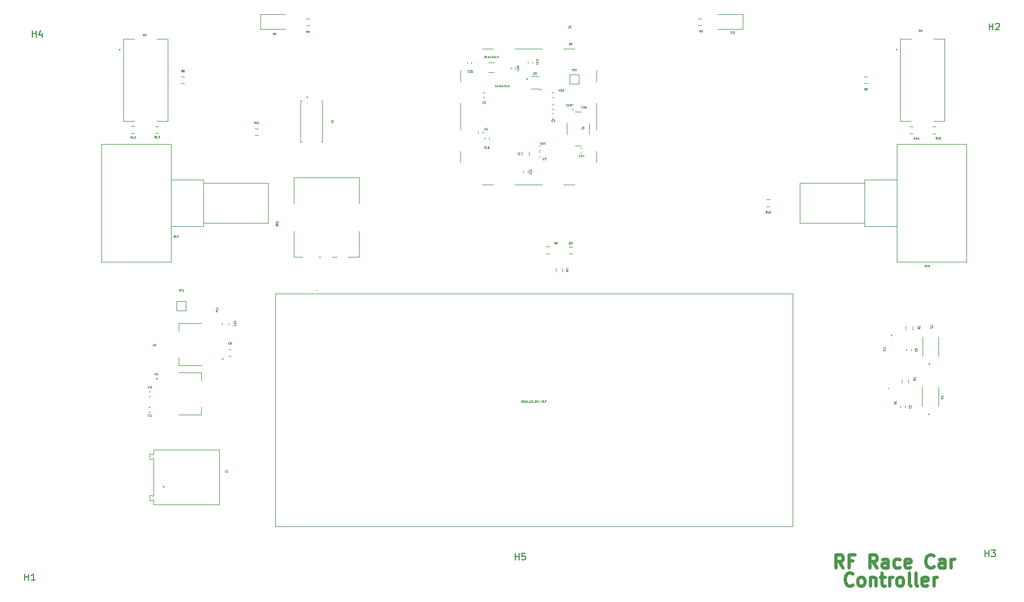
<source format=gbr>
%TF.GenerationSoftware,KiCad,Pcbnew,(6.0.9)*%
%TF.CreationDate,2024-05-17T13:50:49+01:00*%
%TF.ProjectId,Controller,436f6e74-726f-46c6-9c65-722e6b696361,rev?*%
%TF.SameCoordinates,Original*%
%TF.FileFunction,Legend,Top*%
%TF.FilePolarity,Positive*%
%FSLAX46Y46*%
G04 Gerber Fmt 4.6, Leading zero omitted, Abs format (unit mm)*
G04 Created by KiCad (PCBNEW (6.0.9)) date 2024-05-17 13:50:49*
%MOMM*%
%LPD*%
G01*
G04 APERTURE LIST*
%ADD10C,0.500000*%
%ADD11C,0.075000*%
%ADD12C,0.150000*%
%ADD13C,0.100000*%
G04 APERTURE END LIST*
D10*
X211785238Y-119394761D02*
X211118571Y-118442380D01*
X210642380Y-119394761D02*
X210642380Y-117394761D01*
X211404285Y-117394761D01*
X211594761Y-117490000D01*
X211690000Y-117585238D01*
X211785238Y-117775714D01*
X211785238Y-118061428D01*
X211690000Y-118251904D01*
X211594761Y-118347142D01*
X211404285Y-118442380D01*
X210642380Y-118442380D01*
X213309047Y-118347142D02*
X212642380Y-118347142D01*
X212642380Y-119394761D02*
X212642380Y-117394761D01*
X213594761Y-117394761D01*
X217023333Y-119394761D02*
X216356666Y-118442380D01*
X215880476Y-119394761D02*
X215880476Y-117394761D01*
X216642380Y-117394761D01*
X216832857Y-117490000D01*
X216928095Y-117585238D01*
X217023333Y-117775714D01*
X217023333Y-118061428D01*
X216928095Y-118251904D01*
X216832857Y-118347142D01*
X216642380Y-118442380D01*
X215880476Y-118442380D01*
X218737619Y-119394761D02*
X218737619Y-118347142D01*
X218642380Y-118156666D01*
X218451904Y-118061428D01*
X218070952Y-118061428D01*
X217880476Y-118156666D01*
X218737619Y-119299523D02*
X218547142Y-119394761D01*
X218070952Y-119394761D01*
X217880476Y-119299523D01*
X217785238Y-119109047D01*
X217785238Y-118918571D01*
X217880476Y-118728095D01*
X218070952Y-118632857D01*
X218547142Y-118632857D01*
X218737619Y-118537619D01*
X220547142Y-119299523D02*
X220356666Y-119394761D01*
X219975714Y-119394761D01*
X219785238Y-119299523D01*
X219690000Y-119204285D01*
X219594761Y-119013809D01*
X219594761Y-118442380D01*
X219690000Y-118251904D01*
X219785238Y-118156666D01*
X219975714Y-118061428D01*
X220356666Y-118061428D01*
X220547142Y-118156666D01*
X222166190Y-119299523D02*
X221975714Y-119394761D01*
X221594761Y-119394761D01*
X221404285Y-119299523D01*
X221309047Y-119109047D01*
X221309047Y-118347142D01*
X221404285Y-118156666D01*
X221594761Y-118061428D01*
X221975714Y-118061428D01*
X222166190Y-118156666D01*
X222261428Y-118347142D01*
X222261428Y-118537619D01*
X221309047Y-118728095D01*
X225785238Y-119204285D02*
X225690000Y-119299523D01*
X225404285Y-119394761D01*
X225213809Y-119394761D01*
X224928095Y-119299523D01*
X224737619Y-119109047D01*
X224642380Y-118918571D01*
X224547142Y-118537619D01*
X224547142Y-118251904D01*
X224642380Y-117870952D01*
X224737619Y-117680476D01*
X224928095Y-117490000D01*
X225213809Y-117394761D01*
X225404285Y-117394761D01*
X225690000Y-117490000D01*
X225785238Y-117585238D01*
X227499523Y-119394761D02*
X227499523Y-118347142D01*
X227404285Y-118156666D01*
X227213809Y-118061428D01*
X226832857Y-118061428D01*
X226642380Y-118156666D01*
X227499523Y-119299523D02*
X227309047Y-119394761D01*
X226832857Y-119394761D01*
X226642380Y-119299523D01*
X226547142Y-119109047D01*
X226547142Y-118918571D01*
X226642380Y-118728095D01*
X226832857Y-118632857D01*
X227309047Y-118632857D01*
X227499523Y-118537619D01*
X228451904Y-119394761D02*
X228451904Y-118061428D01*
X228451904Y-118442380D02*
X228547142Y-118251904D01*
X228642380Y-118156666D01*
X228832857Y-118061428D01*
X229023333Y-118061428D01*
X213290476Y-122014285D02*
X213195238Y-122109523D01*
X212909523Y-122204761D01*
X212719047Y-122204761D01*
X212433333Y-122109523D01*
X212242857Y-121919047D01*
X212147619Y-121728571D01*
X212052380Y-121347619D01*
X212052380Y-121061904D01*
X212147619Y-120680952D01*
X212242857Y-120490476D01*
X212433333Y-120300000D01*
X212719047Y-120204761D01*
X212909523Y-120204761D01*
X213195238Y-120300000D01*
X213290476Y-120395238D01*
X214433333Y-122204761D02*
X214242857Y-122109523D01*
X214147619Y-122014285D01*
X214052380Y-121823809D01*
X214052380Y-121252380D01*
X214147619Y-121061904D01*
X214242857Y-120966666D01*
X214433333Y-120871428D01*
X214719047Y-120871428D01*
X214909523Y-120966666D01*
X215004761Y-121061904D01*
X215100000Y-121252380D01*
X215100000Y-121823809D01*
X215004761Y-122014285D01*
X214909523Y-122109523D01*
X214719047Y-122204761D01*
X214433333Y-122204761D01*
X215957142Y-120871428D02*
X215957142Y-122204761D01*
X215957142Y-121061904D02*
X216052380Y-120966666D01*
X216242857Y-120871428D01*
X216528571Y-120871428D01*
X216719047Y-120966666D01*
X216814285Y-121157142D01*
X216814285Y-122204761D01*
X217480952Y-120871428D02*
X218242857Y-120871428D01*
X217766666Y-120204761D02*
X217766666Y-121919047D01*
X217861904Y-122109523D01*
X218052380Y-122204761D01*
X218242857Y-122204761D01*
X218909523Y-122204761D02*
X218909523Y-120871428D01*
X218909523Y-121252380D02*
X219004761Y-121061904D01*
X219100000Y-120966666D01*
X219290476Y-120871428D01*
X219480952Y-120871428D01*
X220433333Y-122204761D02*
X220242857Y-122109523D01*
X220147619Y-122014285D01*
X220052380Y-121823809D01*
X220052380Y-121252380D01*
X220147619Y-121061904D01*
X220242857Y-120966666D01*
X220433333Y-120871428D01*
X220719047Y-120871428D01*
X220909523Y-120966666D01*
X221004761Y-121061904D01*
X221100000Y-121252380D01*
X221100000Y-121823809D01*
X221004761Y-122014285D01*
X220909523Y-122109523D01*
X220719047Y-122204761D01*
X220433333Y-122204761D01*
X222242857Y-122204761D02*
X222052380Y-122109523D01*
X221957142Y-121919047D01*
X221957142Y-120204761D01*
X223290476Y-122204761D02*
X223100000Y-122109523D01*
X223004761Y-121919047D01*
X223004761Y-120204761D01*
X224814285Y-122109523D02*
X224623809Y-122204761D01*
X224242857Y-122204761D01*
X224052380Y-122109523D01*
X223957142Y-121919047D01*
X223957142Y-121157142D01*
X224052380Y-120966666D01*
X224242857Y-120871428D01*
X224623809Y-120871428D01*
X224814285Y-120966666D01*
X224909523Y-121157142D01*
X224909523Y-121347619D01*
X223957142Y-121538095D01*
X225766666Y-122204761D02*
X225766666Y-120871428D01*
X225766666Y-121252380D02*
X225861904Y-121061904D01*
X225957142Y-120966666D01*
X226147619Y-120871428D01*
X226338095Y-120871428D01*
D11*
%TO.C,TP2*%
X169831428Y-42257714D02*
X170002857Y-42257714D01*
X169917142Y-42557714D02*
X169917142Y-42257714D01*
X170102857Y-42557714D02*
X170102857Y-42257714D01*
X170217142Y-42257714D01*
X170245714Y-42272000D01*
X170260000Y-42286285D01*
X170274285Y-42314857D01*
X170274285Y-42357714D01*
X170260000Y-42386285D01*
X170245714Y-42400571D01*
X170217142Y-42414857D01*
X170102857Y-42414857D01*
X170388571Y-42286285D02*
X170402857Y-42272000D01*
X170431428Y-42257714D01*
X170502857Y-42257714D01*
X170531428Y-42272000D01*
X170545714Y-42286285D01*
X170560000Y-42314857D01*
X170560000Y-42343428D01*
X170545714Y-42386285D01*
X170374285Y-42557714D01*
X170560000Y-42557714D01*
%TO.C,R12*%
X101847142Y-52985714D02*
X101747142Y-52842857D01*
X101675714Y-52985714D02*
X101675714Y-52685714D01*
X101790000Y-52685714D01*
X101818571Y-52700000D01*
X101832857Y-52714285D01*
X101847142Y-52742857D01*
X101847142Y-52785714D01*
X101832857Y-52814285D01*
X101818571Y-52828571D01*
X101790000Y-52842857D01*
X101675714Y-52842857D01*
X102132857Y-52985714D02*
X101961428Y-52985714D01*
X102047142Y-52985714D02*
X102047142Y-52685714D01*
X102018571Y-52728571D01*
X101990000Y-52757142D01*
X101961428Y-52771428D01*
X102247142Y-52714285D02*
X102261428Y-52700000D01*
X102290000Y-52685714D01*
X102361428Y-52685714D01*
X102390000Y-52700000D01*
X102404285Y-52714285D01*
X102418571Y-52742857D01*
X102418571Y-52771428D01*
X102404285Y-52814285D01*
X102232857Y-52985714D01*
X102418571Y-52985714D01*
D12*
%TO.C,H2*%
X234328095Y-36232380D02*
X234328095Y-35232380D01*
X234328095Y-35708571D02*
X234899523Y-35708571D01*
X234899523Y-36232380D02*
X234899523Y-35232380D01*
X235328095Y-35327619D02*
X235375714Y-35280000D01*
X235470952Y-35232380D01*
X235709047Y-35232380D01*
X235804285Y-35280000D01*
X235851904Y-35327619D01*
X235899523Y-35422857D01*
X235899523Y-35518095D01*
X235851904Y-35660952D01*
X235280476Y-36232380D01*
X235899523Y-36232380D01*
D11*
%TO.C,C17*%
X171127142Y-55817142D02*
X171112857Y-55831428D01*
X171070000Y-55845714D01*
X171041428Y-55845714D01*
X170998571Y-55831428D01*
X170970000Y-55802857D01*
X170955714Y-55774285D01*
X170941428Y-55717142D01*
X170941428Y-55674285D01*
X170955714Y-55617142D01*
X170970000Y-55588571D01*
X170998571Y-55560000D01*
X171041428Y-55545714D01*
X171070000Y-55545714D01*
X171112857Y-55560000D01*
X171127142Y-55574285D01*
X171412857Y-55845714D02*
X171241428Y-55845714D01*
X171327142Y-55845714D02*
X171327142Y-55545714D01*
X171298571Y-55588571D01*
X171270000Y-55617142D01*
X171241428Y-55631428D01*
X171512857Y-55545714D02*
X171712857Y-55545714D01*
X171584285Y-55845714D01*
%TO.C,S3*%
X103611428Y-37151428D02*
X103654285Y-37165714D01*
X103725714Y-37165714D01*
X103754285Y-37151428D01*
X103768571Y-37137142D01*
X103782857Y-37108571D01*
X103782857Y-37080000D01*
X103768571Y-37051428D01*
X103754285Y-37037142D01*
X103725714Y-37022857D01*
X103668571Y-37008571D01*
X103640000Y-36994285D01*
X103625714Y-36980000D01*
X103611428Y-36951428D01*
X103611428Y-36922857D01*
X103625714Y-36894285D01*
X103640000Y-36880000D01*
X103668571Y-36865714D01*
X103740000Y-36865714D01*
X103782857Y-36880000D01*
X103882857Y-36865714D02*
X104068571Y-36865714D01*
X103968571Y-36980000D01*
X104011428Y-36980000D01*
X104040000Y-36994285D01*
X104054285Y-37008571D01*
X104068571Y-37037142D01*
X104068571Y-37108571D01*
X104054285Y-37137142D01*
X104040000Y-37151428D01*
X104011428Y-37165714D01*
X103925714Y-37165714D01*
X103897142Y-37151428D01*
X103882857Y-37137142D01*
%TO.C,S4*%
X223446428Y-36486428D02*
X223489285Y-36500714D01*
X223560714Y-36500714D01*
X223589285Y-36486428D01*
X223603571Y-36472142D01*
X223617857Y-36443571D01*
X223617857Y-36415000D01*
X223603571Y-36386428D01*
X223589285Y-36372142D01*
X223560714Y-36357857D01*
X223503571Y-36343571D01*
X223475000Y-36329285D01*
X223460714Y-36315000D01*
X223446428Y-36286428D01*
X223446428Y-36257857D01*
X223460714Y-36229285D01*
X223475000Y-36215000D01*
X223503571Y-36200714D01*
X223575000Y-36200714D01*
X223617857Y-36215000D01*
X223875000Y-36300714D02*
X223875000Y-36500714D01*
X223803571Y-36186428D02*
X223732142Y-36400714D01*
X223917857Y-36400714D01*
%TO.C,C12*%
X164587142Y-41370357D02*
X164601428Y-41384642D01*
X164615714Y-41427500D01*
X164615714Y-41456071D01*
X164601428Y-41498928D01*
X164572857Y-41527500D01*
X164544285Y-41541785D01*
X164487142Y-41556071D01*
X164444285Y-41556071D01*
X164387142Y-41541785D01*
X164358571Y-41527500D01*
X164330000Y-41498928D01*
X164315714Y-41456071D01*
X164315714Y-41427500D01*
X164330000Y-41384642D01*
X164344285Y-41370357D01*
X164615714Y-41084642D02*
X164615714Y-41256071D01*
X164615714Y-41170357D02*
X164315714Y-41170357D01*
X164358571Y-41198928D01*
X164387142Y-41227500D01*
X164401428Y-41256071D01*
X164344285Y-40970357D02*
X164330000Y-40956071D01*
X164315714Y-40927500D01*
X164315714Y-40856071D01*
X164330000Y-40827500D01*
X164344285Y-40813214D01*
X164372857Y-40798928D01*
X164401428Y-40798928D01*
X164444285Y-40813214D01*
X164615714Y-40984642D01*
X164615714Y-40798928D01*
%TO.C,R14*%
X222877142Y-53165714D02*
X222777142Y-53022857D01*
X222705714Y-53165714D02*
X222705714Y-52865714D01*
X222820000Y-52865714D01*
X222848571Y-52880000D01*
X222862857Y-52894285D01*
X222877142Y-52922857D01*
X222877142Y-52965714D01*
X222862857Y-52994285D01*
X222848571Y-53008571D01*
X222820000Y-53022857D01*
X222705714Y-53022857D01*
X223162857Y-53165714D02*
X222991428Y-53165714D01*
X223077142Y-53165714D02*
X223077142Y-52865714D01*
X223048571Y-52908571D01*
X223020000Y-52937142D01*
X222991428Y-52951428D01*
X223420000Y-52965714D02*
X223420000Y-53165714D01*
X223348571Y-52851428D02*
X223277142Y-53065714D01*
X223462857Y-53065714D01*
D12*
%TO.C,H4*%
X86558095Y-37342380D02*
X86558095Y-36342380D01*
X86558095Y-36818571D02*
X87129523Y-36818571D01*
X87129523Y-37342380D02*
X87129523Y-36342380D01*
X88034285Y-36675714D02*
X88034285Y-37342380D01*
X87796190Y-36294761D02*
X87558095Y-37009047D01*
X88177142Y-37009047D01*
D11*
%TO.C,TP1*%
X109151428Y-76355714D02*
X109322857Y-76355714D01*
X109237142Y-76655714D02*
X109237142Y-76355714D01*
X109422857Y-76655714D02*
X109422857Y-76355714D01*
X109537142Y-76355714D01*
X109565714Y-76370000D01*
X109580000Y-76384285D01*
X109594285Y-76412857D01*
X109594285Y-76455714D01*
X109580000Y-76484285D01*
X109565714Y-76498571D01*
X109537142Y-76512857D01*
X109422857Y-76512857D01*
X109880000Y-76655714D02*
X109708571Y-76655714D01*
X109794285Y-76655714D02*
X109794285Y-76355714D01*
X109765714Y-76398571D01*
X109737142Y-76427142D01*
X109708571Y-76441428D01*
%TO.C,R13*%
X105577142Y-52935714D02*
X105477142Y-52792857D01*
X105405714Y-52935714D02*
X105405714Y-52635714D01*
X105520000Y-52635714D01*
X105548571Y-52650000D01*
X105562857Y-52664285D01*
X105577142Y-52692857D01*
X105577142Y-52735714D01*
X105562857Y-52764285D01*
X105548571Y-52778571D01*
X105520000Y-52792857D01*
X105405714Y-52792857D01*
X105862857Y-52935714D02*
X105691428Y-52935714D01*
X105777142Y-52935714D02*
X105777142Y-52635714D01*
X105748571Y-52678571D01*
X105720000Y-52707142D01*
X105691428Y-52721428D01*
X105962857Y-52635714D02*
X106148571Y-52635714D01*
X106048571Y-52750000D01*
X106091428Y-52750000D01*
X106120000Y-52764285D01*
X106134285Y-52778571D01*
X106148571Y-52807142D01*
X106148571Y-52878571D01*
X106134285Y-52907142D01*
X106120000Y-52921428D01*
X106091428Y-52935714D01*
X106005714Y-52935714D01*
X105977142Y-52921428D01*
X105962857Y-52907142D01*
%TO.C,D2*%
X218265714Y-85771428D02*
X217965714Y-85771428D01*
X217965714Y-85700000D01*
X217980000Y-85657142D01*
X218008571Y-85628571D01*
X218037142Y-85614285D01*
X218094285Y-85600000D01*
X218137142Y-85600000D01*
X218194285Y-85614285D01*
X218222857Y-85628571D01*
X218251428Y-85657142D01*
X218265714Y-85700000D01*
X218265714Y-85771428D01*
X217994285Y-85485714D02*
X217980000Y-85471428D01*
X217965714Y-85442857D01*
X217965714Y-85371428D01*
X217980000Y-85342857D01*
X217994285Y-85328571D01*
X218022857Y-85314285D01*
X218051428Y-85314285D01*
X218094285Y-85328571D01*
X218265714Y-85500000D01*
X218265714Y-85314285D01*
%TO.C,J1*%
X116360000Y-104265714D02*
X116360000Y-104480000D01*
X116345714Y-104522857D01*
X116317142Y-104551428D01*
X116274285Y-104565714D01*
X116245714Y-104565714D01*
X116660000Y-104565714D02*
X116488571Y-104565714D01*
X116574285Y-104565714D02*
X116574285Y-104265714D01*
X116545714Y-104308571D01*
X116517142Y-104337142D01*
X116488571Y-104351428D01*
%TO.C,C19*%
X161627142Y-42332857D02*
X161641428Y-42347142D01*
X161655714Y-42390000D01*
X161655714Y-42418571D01*
X161641428Y-42461428D01*
X161612857Y-42490000D01*
X161584285Y-42504285D01*
X161527142Y-42518571D01*
X161484285Y-42518571D01*
X161427142Y-42504285D01*
X161398571Y-42490000D01*
X161370000Y-42461428D01*
X161355714Y-42418571D01*
X161355714Y-42390000D01*
X161370000Y-42347142D01*
X161384285Y-42332857D01*
X161655714Y-42047142D02*
X161655714Y-42218571D01*
X161655714Y-42132857D02*
X161355714Y-42132857D01*
X161398571Y-42161428D01*
X161427142Y-42190000D01*
X161441428Y-42218571D01*
X161655714Y-41904285D02*
X161655714Y-41847142D01*
X161641428Y-41818571D01*
X161627142Y-41804285D01*
X161584285Y-41775714D01*
X161527142Y-41761428D01*
X161412857Y-41761428D01*
X161384285Y-41775714D01*
X161370000Y-41790000D01*
X161355714Y-41818571D01*
X161355714Y-41875714D01*
X161370000Y-41904285D01*
X161384285Y-41918571D01*
X161412857Y-41932857D01*
X161484285Y-41932857D01*
X161512857Y-41918571D01*
X161527142Y-41904285D01*
X161541428Y-41875714D01*
X161541428Y-41818571D01*
X161527142Y-41790000D01*
X161512857Y-41775714D01*
X161484285Y-41761428D01*
D12*
%TO.C,H5*%
X161118095Y-118152380D02*
X161118095Y-117152380D01*
X161118095Y-117628571D02*
X161689523Y-117628571D01*
X161689523Y-118152380D02*
X161689523Y-117152380D01*
X162641904Y-117152380D02*
X162165714Y-117152380D01*
X162118095Y-117628571D01*
X162165714Y-117580952D01*
X162260952Y-117533333D01*
X162499047Y-117533333D01*
X162594285Y-117580952D01*
X162641904Y-117628571D01*
X162689523Y-117723809D01*
X162689523Y-117961904D01*
X162641904Y-118057142D01*
X162594285Y-118104761D01*
X162499047Y-118152380D01*
X162260952Y-118152380D01*
X162165714Y-118104761D01*
X162118095Y-118057142D01*
D11*
%TO.C,R3*%
X189700000Y-36565714D02*
X189600000Y-36422857D01*
X189528571Y-36565714D02*
X189528571Y-36265714D01*
X189642857Y-36265714D01*
X189671428Y-36280000D01*
X189685714Y-36294285D01*
X189700000Y-36322857D01*
X189700000Y-36365714D01*
X189685714Y-36394285D01*
X189671428Y-36408571D01*
X189642857Y-36422857D01*
X189528571Y-36422857D01*
X189800000Y-36265714D02*
X189985714Y-36265714D01*
X189885714Y-36380000D01*
X189928571Y-36380000D01*
X189957142Y-36394285D01*
X189971428Y-36408571D01*
X189985714Y-36437142D01*
X189985714Y-36508571D01*
X189971428Y-36537142D01*
X189957142Y-36551428D01*
X189928571Y-36565714D01*
X189842857Y-36565714D01*
X189814285Y-36551428D01*
X189800000Y-36537142D01*
%TO.C,C6*%
X104590000Y-91557142D02*
X104575714Y-91571428D01*
X104532857Y-91585714D01*
X104504285Y-91585714D01*
X104461428Y-91571428D01*
X104432857Y-91542857D01*
X104418571Y-91514285D01*
X104404285Y-91457142D01*
X104404285Y-91414285D01*
X104418571Y-91357142D01*
X104432857Y-91328571D01*
X104461428Y-91300000D01*
X104504285Y-91285714D01*
X104532857Y-91285714D01*
X104575714Y-91300000D01*
X104590000Y-91314285D01*
X104847142Y-91285714D02*
X104790000Y-91285714D01*
X104761428Y-91300000D01*
X104747142Y-91314285D01*
X104718571Y-91357142D01*
X104704285Y-91414285D01*
X104704285Y-91528571D01*
X104718571Y-91557142D01*
X104732857Y-91571428D01*
X104761428Y-91585714D01*
X104818571Y-91585714D01*
X104847142Y-91571428D01*
X104861428Y-91557142D01*
X104875714Y-91528571D01*
X104875714Y-91457142D01*
X104861428Y-91428571D01*
X104847142Y-91414285D01*
X104818571Y-91400000D01*
X104761428Y-91400000D01*
X104732857Y-91414285D01*
X104718571Y-91428571D01*
X104704285Y-91457142D01*
%TO.C,C3*%
X156220000Y-47567142D02*
X156205714Y-47581428D01*
X156162857Y-47595714D01*
X156134285Y-47595714D01*
X156091428Y-47581428D01*
X156062857Y-47552857D01*
X156048571Y-47524285D01*
X156034285Y-47467142D01*
X156034285Y-47424285D01*
X156048571Y-47367142D01*
X156062857Y-47338571D01*
X156091428Y-47310000D01*
X156134285Y-47295714D01*
X156162857Y-47295714D01*
X156205714Y-47310000D01*
X156220000Y-47324285D01*
X156320000Y-47295714D02*
X156505714Y-47295714D01*
X156405714Y-47410000D01*
X156448571Y-47410000D01*
X156477142Y-47424285D01*
X156491428Y-47438571D01*
X156505714Y-47467142D01*
X156505714Y-47538571D01*
X156491428Y-47567142D01*
X156477142Y-47581428D01*
X156448571Y-47595714D01*
X156362857Y-47595714D01*
X156334285Y-47581428D01*
X156320000Y-47567142D01*
%TO.C,D3*%
X194438571Y-36785714D02*
X194438571Y-36485714D01*
X194510000Y-36485714D01*
X194552857Y-36500000D01*
X194581428Y-36528571D01*
X194595714Y-36557142D01*
X194610000Y-36614285D01*
X194610000Y-36657142D01*
X194595714Y-36714285D01*
X194581428Y-36742857D01*
X194552857Y-36771428D01*
X194510000Y-36785714D01*
X194438571Y-36785714D01*
X194710000Y-36485714D02*
X194895714Y-36485714D01*
X194795714Y-36600000D01*
X194838571Y-36600000D01*
X194867142Y-36614285D01*
X194881428Y-36628571D01*
X194895714Y-36657142D01*
X194895714Y-36728571D01*
X194881428Y-36757142D01*
X194867142Y-36771428D01*
X194838571Y-36785714D01*
X194752857Y-36785714D01*
X194724285Y-36771428D01*
X194710000Y-36757142D01*
%TO.C,C5*%
X166920000Y-50377142D02*
X166905714Y-50391428D01*
X166862857Y-50405714D01*
X166834285Y-50405714D01*
X166791428Y-50391428D01*
X166762857Y-50362857D01*
X166748571Y-50334285D01*
X166734285Y-50277142D01*
X166734285Y-50234285D01*
X166748571Y-50177142D01*
X166762857Y-50148571D01*
X166791428Y-50120000D01*
X166834285Y-50105714D01*
X166862857Y-50105714D01*
X166905714Y-50120000D01*
X166920000Y-50134285D01*
X167191428Y-50105714D02*
X167048571Y-50105714D01*
X167034285Y-50248571D01*
X167048571Y-50234285D01*
X167077142Y-50220000D01*
X167148571Y-50220000D01*
X167177142Y-50234285D01*
X167191428Y-50248571D01*
X167205714Y-50277142D01*
X167205714Y-50348571D01*
X167191428Y-50377142D01*
X167177142Y-50391428D01*
X167148571Y-50405714D01*
X167077142Y-50405714D01*
X167048571Y-50391428D01*
X167034285Y-50377142D01*
%TO.C,R5*%
X169255714Y-73350000D02*
X169112857Y-73450000D01*
X169255714Y-73521428D02*
X168955714Y-73521428D01*
X168955714Y-73407142D01*
X168970000Y-73378571D01*
X168984285Y-73364285D01*
X169012857Y-73350000D01*
X169055714Y-73350000D01*
X169084285Y-73364285D01*
X169098571Y-73378571D01*
X169112857Y-73407142D01*
X169112857Y-73521428D01*
X168955714Y-73078571D02*
X168955714Y-73221428D01*
X169098571Y-73235714D01*
X169084285Y-73221428D01*
X169070000Y-73192857D01*
X169070000Y-73121428D01*
X169084285Y-73092857D01*
X169098571Y-73078571D01*
X169127142Y-73064285D01*
X169198571Y-73064285D01*
X169227142Y-73078571D01*
X169241428Y-73092857D01*
X169255714Y-73121428D01*
X169255714Y-73192857D01*
X169241428Y-73221428D01*
X169227142Y-73235714D01*
%TO.C,R9*%
X215190000Y-45525714D02*
X215090000Y-45382857D01*
X215018571Y-45525714D02*
X215018571Y-45225714D01*
X215132857Y-45225714D01*
X215161428Y-45240000D01*
X215175714Y-45254285D01*
X215190000Y-45282857D01*
X215190000Y-45325714D01*
X215175714Y-45354285D01*
X215161428Y-45368571D01*
X215132857Y-45382857D01*
X215018571Y-45382857D01*
X215332857Y-45525714D02*
X215390000Y-45525714D01*
X215418571Y-45511428D01*
X215432857Y-45497142D01*
X215461428Y-45454285D01*
X215475714Y-45397142D01*
X215475714Y-45282857D01*
X215461428Y-45254285D01*
X215447142Y-45240000D01*
X215418571Y-45225714D01*
X215361428Y-45225714D01*
X215332857Y-45240000D01*
X215318571Y-45254285D01*
X215304285Y-45282857D01*
X215304285Y-45354285D01*
X215318571Y-45382857D01*
X215332857Y-45397142D01*
X215361428Y-45411428D01*
X215418571Y-45411428D01*
X215447142Y-45397142D01*
X215461428Y-45382857D01*
X215475714Y-45354285D01*
%TO.C,C8*%
X116980000Y-84807142D02*
X116965714Y-84821428D01*
X116922857Y-84835714D01*
X116894285Y-84835714D01*
X116851428Y-84821428D01*
X116822857Y-84792857D01*
X116808571Y-84764285D01*
X116794285Y-84707142D01*
X116794285Y-84664285D01*
X116808571Y-84607142D01*
X116822857Y-84578571D01*
X116851428Y-84550000D01*
X116894285Y-84535714D01*
X116922857Y-84535714D01*
X116965714Y-84550000D01*
X116980000Y-84564285D01*
X117151428Y-84664285D02*
X117122857Y-84650000D01*
X117108571Y-84635714D01*
X117094285Y-84607142D01*
X117094285Y-84592857D01*
X117108571Y-84564285D01*
X117122857Y-84550000D01*
X117151428Y-84535714D01*
X117208571Y-84535714D01*
X117237142Y-84550000D01*
X117251428Y-84564285D01*
X117265714Y-84592857D01*
X117265714Y-84607142D01*
X117251428Y-84635714D01*
X117237142Y-84650000D01*
X117208571Y-84664285D01*
X117151428Y-84664285D01*
X117122857Y-84678571D01*
X117108571Y-84692857D01*
X117094285Y-84721428D01*
X117094285Y-84778571D01*
X117108571Y-84807142D01*
X117122857Y-84821428D01*
X117151428Y-84835714D01*
X117208571Y-84835714D01*
X117237142Y-84821428D01*
X117251428Y-84807142D01*
X117265714Y-84778571D01*
X117265714Y-84721428D01*
X117251428Y-84692857D01*
X117237142Y-84678571D01*
X117208571Y-84664285D01*
%TO.C,31111111*%
X156290000Y-40245714D02*
X156475714Y-40245714D01*
X156375714Y-40360000D01*
X156418571Y-40360000D01*
X156447142Y-40374285D01*
X156461428Y-40388571D01*
X156475714Y-40417142D01*
X156475714Y-40488571D01*
X156461428Y-40517142D01*
X156447142Y-40531428D01*
X156418571Y-40545714D01*
X156332857Y-40545714D01*
X156304285Y-40531428D01*
X156290000Y-40517142D01*
X156761428Y-40545714D02*
X156590000Y-40545714D01*
X156675714Y-40545714D02*
X156675714Y-40245714D01*
X156647142Y-40288571D01*
X156618571Y-40317142D01*
X156590000Y-40331428D01*
X157047142Y-40545714D02*
X156875714Y-40545714D01*
X156961428Y-40545714D02*
X156961428Y-40245714D01*
X156932857Y-40288571D01*
X156904285Y-40317142D01*
X156875714Y-40331428D01*
X157332857Y-40545714D02*
X157161428Y-40545714D01*
X157247142Y-40545714D02*
X157247142Y-40245714D01*
X157218571Y-40288571D01*
X157190000Y-40317142D01*
X157161428Y-40331428D01*
X157618571Y-40545714D02*
X157447142Y-40545714D01*
X157532857Y-40545714D02*
X157532857Y-40245714D01*
X157504285Y-40288571D01*
X157475714Y-40317142D01*
X157447142Y-40331428D01*
X157904285Y-40545714D02*
X157732857Y-40545714D01*
X157818571Y-40545714D02*
X157818571Y-40245714D01*
X157790000Y-40288571D01*
X157761428Y-40317142D01*
X157732857Y-40331428D01*
X158190000Y-40545714D02*
X158018571Y-40545714D01*
X158104285Y-40545714D02*
X158104285Y-40245714D01*
X158075714Y-40288571D01*
X158047142Y-40317142D01*
X158018571Y-40331428D01*
X158475714Y-40545714D02*
X158304285Y-40545714D01*
X158390000Y-40545714D02*
X158390000Y-40245714D01*
X158361428Y-40288571D01*
X158332857Y-40317142D01*
X158304285Y-40331428D01*
%TO.C,C18*%
X171487142Y-48297142D02*
X171472857Y-48311428D01*
X171430000Y-48325714D01*
X171401428Y-48325714D01*
X171358571Y-48311428D01*
X171330000Y-48282857D01*
X171315714Y-48254285D01*
X171301428Y-48197142D01*
X171301428Y-48154285D01*
X171315714Y-48097142D01*
X171330000Y-48068571D01*
X171358571Y-48040000D01*
X171401428Y-48025714D01*
X171430000Y-48025714D01*
X171472857Y-48040000D01*
X171487142Y-48054285D01*
X171772857Y-48325714D02*
X171601428Y-48325714D01*
X171687142Y-48325714D02*
X171687142Y-48025714D01*
X171658571Y-48068571D01*
X171630000Y-48097142D01*
X171601428Y-48111428D01*
X171944285Y-48154285D02*
X171915714Y-48140000D01*
X171901428Y-48125714D01*
X171887142Y-48097142D01*
X171887142Y-48082857D01*
X171901428Y-48054285D01*
X171915714Y-48040000D01*
X171944285Y-48025714D01*
X172001428Y-48025714D01*
X172030000Y-48040000D01*
X172044285Y-48054285D01*
X172058571Y-48082857D01*
X172058571Y-48097142D01*
X172044285Y-48125714D01*
X172030000Y-48140000D01*
X172001428Y-48154285D01*
X171944285Y-48154285D01*
X171915714Y-48168571D01*
X171901428Y-48182857D01*
X171887142Y-48211428D01*
X171887142Y-48268571D01*
X171901428Y-48297142D01*
X171915714Y-48311428D01*
X171944285Y-48325714D01*
X172001428Y-48325714D01*
X172030000Y-48311428D01*
X172044285Y-48297142D01*
X172058571Y-48268571D01*
X172058571Y-48211428D01*
X172044285Y-48182857D01*
X172030000Y-48168571D01*
X172001428Y-48154285D01*
%TO.C,21111111*%
X162217142Y-93775714D02*
X162045714Y-93775714D01*
X162131428Y-93775714D02*
X162131428Y-93475714D01*
X162102857Y-93518571D01*
X162074285Y-93547142D01*
X162045714Y-93561428D01*
X162474285Y-93475714D02*
X162417142Y-93475714D01*
X162388571Y-93490000D01*
X162374285Y-93504285D01*
X162345714Y-93547142D01*
X162331428Y-93604285D01*
X162331428Y-93718571D01*
X162345714Y-93747142D01*
X162360000Y-93761428D01*
X162388571Y-93775714D01*
X162445714Y-93775714D01*
X162474285Y-93761428D01*
X162488571Y-93747142D01*
X162502857Y-93718571D01*
X162502857Y-93647142D01*
X162488571Y-93618571D01*
X162474285Y-93604285D01*
X162445714Y-93590000D01*
X162388571Y-93590000D01*
X162360000Y-93604285D01*
X162345714Y-93618571D01*
X162331428Y-93647142D01*
X162617142Y-93504285D02*
X162631428Y-93490000D01*
X162660000Y-93475714D01*
X162731428Y-93475714D01*
X162760000Y-93490000D01*
X162774285Y-93504285D01*
X162788571Y-93532857D01*
X162788571Y-93561428D01*
X162774285Y-93604285D01*
X162602857Y-93775714D01*
X162788571Y-93775714D01*
X163002857Y-93475714D02*
X163002857Y-93690000D01*
X162988571Y-93732857D01*
X162960000Y-93761428D01*
X162917142Y-93775714D01*
X162888571Y-93775714D01*
X163074285Y-93804285D02*
X163302857Y-93804285D01*
X163545714Y-93747142D02*
X163531428Y-93761428D01*
X163488571Y-93775714D01*
X163460000Y-93775714D01*
X163417142Y-93761428D01*
X163388571Y-93732857D01*
X163374285Y-93704285D01*
X163360000Y-93647142D01*
X163360000Y-93604285D01*
X163374285Y-93547142D01*
X163388571Y-93518571D01*
X163417142Y-93490000D01*
X163460000Y-93475714D01*
X163488571Y-93475714D01*
X163531428Y-93490000D01*
X163545714Y-93504285D01*
X163845714Y-93747142D02*
X163831428Y-93761428D01*
X163788571Y-93775714D01*
X163760000Y-93775714D01*
X163717142Y-93761428D01*
X163688571Y-93732857D01*
X163674285Y-93704285D01*
X163660000Y-93647142D01*
X163660000Y-93604285D01*
X163674285Y-93547142D01*
X163688571Y-93518571D01*
X163717142Y-93490000D01*
X163760000Y-93475714D01*
X163788571Y-93475714D01*
X163831428Y-93490000D01*
X163845714Y-93504285D01*
X163902857Y-93804285D02*
X164131428Y-93804285D01*
X164302857Y-93618571D02*
X164345714Y-93632857D01*
X164360000Y-93647142D01*
X164374285Y-93675714D01*
X164374285Y-93718571D01*
X164360000Y-93747142D01*
X164345714Y-93761428D01*
X164317142Y-93775714D01*
X164202857Y-93775714D01*
X164202857Y-93475714D01*
X164302857Y-93475714D01*
X164331428Y-93490000D01*
X164345714Y-93504285D01*
X164360000Y-93532857D01*
X164360000Y-93561428D01*
X164345714Y-93590000D01*
X164331428Y-93604285D01*
X164302857Y-93618571D01*
X164202857Y-93618571D01*
X164674285Y-93747142D02*
X164660000Y-93761428D01*
X164617142Y-93775714D01*
X164588571Y-93775714D01*
X164545714Y-93761428D01*
X164517142Y-93732857D01*
X164502857Y-93704285D01*
X164488571Y-93647142D01*
X164488571Y-93604285D01*
X164502857Y-93547142D01*
X164517142Y-93518571D01*
X164545714Y-93490000D01*
X164588571Y-93475714D01*
X164617142Y-93475714D01*
X164660000Y-93490000D01*
X164674285Y-93504285D01*
X164802857Y-93661428D02*
X165031428Y-93661428D01*
X165145714Y-93475714D02*
X165331428Y-93475714D01*
X165231428Y-93590000D01*
X165274285Y-93590000D01*
X165302857Y-93604285D01*
X165317142Y-93618571D01*
X165331428Y-93647142D01*
X165331428Y-93718571D01*
X165317142Y-93747142D01*
X165302857Y-93761428D01*
X165274285Y-93775714D01*
X165188571Y-93775714D01*
X165160000Y-93761428D01*
X165145714Y-93747142D01*
X165602857Y-93775714D02*
X165460000Y-93775714D01*
X165460000Y-93475714D01*
X165702857Y-93775714D02*
X165702857Y-93475714D01*
X165817142Y-93475714D01*
X165845714Y-93490000D01*
X165860000Y-93504285D01*
X165874285Y-93532857D01*
X165874285Y-93575714D01*
X165860000Y-93604285D01*
X165845714Y-93618571D01*
X165817142Y-93632857D01*
X165702857Y-93632857D01*
%TO.C,R15*%
X226257142Y-53095714D02*
X226157142Y-52952857D01*
X226085714Y-53095714D02*
X226085714Y-52795714D01*
X226200000Y-52795714D01*
X226228571Y-52810000D01*
X226242857Y-52824285D01*
X226257142Y-52852857D01*
X226257142Y-52895714D01*
X226242857Y-52924285D01*
X226228571Y-52938571D01*
X226200000Y-52952857D01*
X226085714Y-52952857D01*
X226542857Y-53095714D02*
X226371428Y-53095714D01*
X226457142Y-53095714D02*
X226457142Y-52795714D01*
X226428571Y-52838571D01*
X226400000Y-52867142D01*
X226371428Y-52881428D01*
X226814285Y-52795714D02*
X226671428Y-52795714D01*
X226657142Y-52938571D01*
X226671428Y-52924285D01*
X226700000Y-52910000D01*
X226771428Y-52910000D01*
X226800000Y-52924285D01*
X226814285Y-52938571D01*
X226828571Y-52967142D01*
X226828571Y-53038571D01*
X226814285Y-53067142D01*
X226800000Y-53081428D01*
X226771428Y-53095714D01*
X226700000Y-53095714D01*
X226671428Y-53081428D01*
X226657142Y-53067142D01*
%TO.C,U2*%
X105151428Y-84755714D02*
X105151428Y-84998571D01*
X105165714Y-85027142D01*
X105180000Y-85041428D01*
X105208571Y-85055714D01*
X105265714Y-85055714D01*
X105294285Y-85041428D01*
X105308571Y-85027142D01*
X105322857Y-84998571D01*
X105322857Y-84755714D01*
X105451428Y-84784285D02*
X105465714Y-84770000D01*
X105494285Y-84755714D01*
X105565714Y-84755714D01*
X105594285Y-84770000D01*
X105608571Y-84784285D01*
X105622857Y-84812857D01*
X105622857Y-84841428D01*
X105608571Y-84884285D01*
X105437142Y-85055714D01*
X105622857Y-85055714D01*
%TO.C,R4*%
X129000000Y-36655714D02*
X128900000Y-36512857D01*
X128828571Y-36655714D02*
X128828571Y-36355714D01*
X128942857Y-36355714D01*
X128971428Y-36370000D01*
X128985714Y-36384285D01*
X129000000Y-36412857D01*
X129000000Y-36455714D01*
X128985714Y-36484285D01*
X128971428Y-36498571D01*
X128942857Y-36512857D01*
X128828571Y-36512857D01*
X129257142Y-36455714D02*
X129257142Y-36655714D01*
X129185714Y-36341428D02*
X129114285Y-36555714D01*
X129300000Y-36555714D01*
%TO.C,C13*%
X169157142Y-47967142D02*
X169142857Y-47981428D01*
X169100000Y-47995714D01*
X169071428Y-47995714D01*
X169028571Y-47981428D01*
X169000000Y-47952857D01*
X168985714Y-47924285D01*
X168971428Y-47867142D01*
X168971428Y-47824285D01*
X168985714Y-47767142D01*
X169000000Y-47738571D01*
X169028571Y-47710000D01*
X169071428Y-47695714D01*
X169100000Y-47695714D01*
X169142857Y-47710000D01*
X169157142Y-47724285D01*
X169442857Y-47995714D02*
X169271428Y-47995714D01*
X169357142Y-47995714D02*
X169357142Y-47695714D01*
X169328571Y-47738571D01*
X169300000Y-47767142D01*
X169271428Y-47781428D01*
X169542857Y-47695714D02*
X169728571Y-47695714D01*
X169628571Y-47810000D01*
X169671428Y-47810000D01*
X169700000Y-47824285D01*
X169714285Y-47838571D01*
X169728571Y-47867142D01*
X169728571Y-47938571D01*
X169714285Y-47967142D01*
X169700000Y-47981428D01*
X169671428Y-47995714D01*
X169585714Y-47995714D01*
X169557142Y-47981428D01*
X169542857Y-47967142D01*
%TO.C,FL1*%
X115008571Y-79661428D02*
X115008571Y-79761428D01*
X115165714Y-79761428D02*
X114865714Y-79761428D01*
X114865714Y-79618571D01*
X115165714Y-79361428D02*
X115165714Y-79504285D01*
X114865714Y-79504285D01*
X115165714Y-79104285D02*
X115165714Y-79275714D01*
X115165714Y-79190000D02*
X114865714Y-79190000D01*
X114908571Y-79218571D01*
X114937142Y-79247142D01*
X114951428Y-79275714D01*
%TO.C,C15*%
X168037142Y-45657142D02*
X168022857Y-45671428D01*
X167980000Y-45685714D01*
X167951428Y-45685714D01*
X167908571Y-45671428D01*
X167880000Y-45642857D01*
X167865714Y-45614285D01*
X167851428Y-45557142D01*
X167851428Y-45514285D01*
X167865714Y-45457142D01*
X167880000Y-45428571D01*
X167908571Y-45400000D01*
X167951428Y-45385714D01*
X167980000Y-45385714D01*
X168022857Y-45400000D01*
X168037142Y-45414285D01*
X168322857Y-45685714D02*
X168151428Y-45685714D01*
X168237142Y-45685714D02*
X168237142Y-45385714D01*
X168208571Y-45428571D01*
X168180000Y-45457142D01*
X168151428Y-45471428D01*
X168594285Y-45385714D02*
X168451428Y-45385714D01*
X168437142Y-45528571D01*
X168451428Y-45514285D01*
X168480000Y-45500000D01*
X168551428Y-45500000D01*
X168580000Y-45514285D01*
X168594285Y-45528571D01*
X168608571Y-45557142D01*
X168608571Y-45628571D01*
X168594285Y-45657142D01*
X168580000Y-45671428D01*
X168551428Y-45685714D01*
X168480000Y-45685714D01*
X168451428Y-45671428D01*
X168437142Y-45657142D01*
%TO.C,C1*%
X104580000Y-95927142D02*
X104565714Y-95941428D01*
X104522857Y-95955714D01*
X104494285Y-95955714D01*
X104451428Y-95941428D01*
X104422857Y-95912857D01*
X104408571Y-95884285D01*
X104394285Y-95827142D01*
X104394285Y-95784285D01*
X104408571Y-95727142D01*
X104422857Y-95698571D01*
X104451428Y-95670000D01*
X104494285Y-95655714D01*
X104522857Y-95655714D01*
X104565714Y-95670000D01*
X104580000Y-95684285D01*
X104865714Y-95955714D02*
X104694285Y-95955714D01*
X104780000Y-95955714D02*
X104780000Y-95655714D01*
X104751428Y-95698571D01*
X104722857Y-95727142D01*
X104694285Y-95741428D01*
%TO.C,U4*%
X169381428Y-38225714D02*
X169381428Y-38468571D01*
X169395714Y-38497142D01*
X169410000Y-38511428D01*
X169438571Y-38525714D01*
X169495714Y-38525714D01*
X169524285Y-38511428D01*
X169538571Y-38497142D01*
X169552857Y-38468571D01*
X169552857Y-38225714D01*
X169824285Y-38325714D02*
X169824285Y-38525714D01*
X169752857Y-38211428D02*
X169681428Y-38425714D01*
X169867142Y-38425714D01*
%TO.C,Y1*%
X171547142Y-51287142D02*
X171404285Y-51287142D01*
X171704285Y-51187142D02*
X171547142Y-51287142D01*
X171704285Y-51387142D01*
X171404285Y-51644285D02*
X171404285Y-51472857D01*
X171404285Y-51558571D02*
X171704285Y-51558571D01*
X171661428Y-51530000D01*
X171632857Y-51501428D01*
X171618571Y-51472857D01*
%TO.C,D4*%
X123688571Y-36985714D02*
X123688571Y-36685714D01*
X123760000Y-36685714D01*
X123802857Y-36700000D01*
X123831428Y-36728571D01*
X123845714Y-36757142D01*
X123860000Y-36814285D01*
X123860000Y-36857142D01*
X123845714Y-36914285D01*
X123831428Y-36942857D01*
X123802857Y-36971428D01*
X123760000Y-36985714D01*
X123688571Y-36985714D01*
X124117142Y-36785714D02*
X124117142Y-36985714D01*
X124045714Y-36671428D02*
X123974285Y-36885714D01*
X124160000Y-36885714D01*
%TO.C,R1*%
X222895714Y-90180000D02*
X222752857Y-90280000D01*
X222895714Y-90351428D02*
X222595714Y-90351428D01*
X222595714Y-90237142D01*
X222610000Y-90208571D01*
X222624285Y-90194285D01*
X222652857Y-90180000D01*
X222695714Y-90180000D01*
X222724285Y-90194285D01*
X222738571Y-90208571D01*
X222752857Y-90237142D01*
X222752857Y-90351428D01*
X222895714Y-89894285D02*
X222895714Y-90065714D01*
X222895714Y-89980000D02*
X222595714Y-89980000D01*
X222638571Y-90008571D01*
X222667142Y-90037142D01*
X222681428Y-90065714D01*
%TO.C,C4*%
X156530000Y-51667142D02*
X156515714Y-51681428D01*
X156472857Y-51695714D01*
X156444285Y-51695714D01*
X156401428Y-51681428D01*
X156372857Y-51652857D01*
X156358571Y-51624285D01*
X156344285Y-51567142D01*
X156344285Y-51524285D01*
X156358571Y-51467142D01*
X156372857Y-51438571D01*
X156401428Y-51410000D01*
X156444285Y-51395714D01*
X156472857Y-51395714D01*
X156515714Y-51410000D01*
X156530000Y-51424285D01*
X156787142Y-51495714D02*
X156787142Y-51695714D01*
X156715714Y-51381428D02*
X156644285Y-51595714D01*
X156830000Y-51595714D01*
%TO.C,R11*%
X120957142Y-50705714D02*
X120857142Y-50562857D01*
X120785714Y-50705714D02*
X120785714Y-50405714D01*
X120900000Y-50405714D01*
X120928571Y-50420000D01*
X120942857Y-50434285D01*
X120957142Y-50462857D01*
X120957142Y-50505714D01*
X120942857Y-50534285D01*
X120928571Y-50548571D01*
X120900000Y-50562857D01*
X120785714Y-50562857D01*
X121242857Y-50705714D02*
X121071428Y-50705714D01*
X121157142Y-50705714D02*
X121157142Y-50405714D01*
X121128571Y-50448571D01*
X121100000Y-50477142D01*
X121071428Y-50491428D01*
X121528571Y-50705714D02*
X121357142Y-50705714D01*
X121442857Y-50705714D02*
X121442857Y-50405714D01*
X121414285Y-50448571D01*
X121385714Y-50477142D01*
X121357142Y-50491428D01*
%TO.C,R6*%
X167300000Y-69335714D02*
X167200000Y-69192857D01*
X167128571Y-69335714D02*
X167128571Y-69035714D01*
X167242857Y-69035714D01*
X167271428Y-69050000D01*
X167285714Y-69064285D01*
X167300000Y-69092857D01*
X167300000Y-69135714D01*
X167285714Y-69164285D01*
X167271428Y-69178571D01*
X167242857Y-69192857D01*
X167128571Y-69192857D01*
X167557142Y-69035714D02*
X167500000Y-69035714D01*
X167471428Y-69050000D01*
X167457142Y-69064285D01*
X167428571Y-69107142D01*
X167414285Y-69164285D01*
X167414285Y-69278571D01*
X167428571Y-69307142D01*
X167442857Y-69321428D01*
X167471428Y-69335714D01*
X167528571Y-69335714D01*
X167557142Y-69321428D01*
X167571428Y-69307142D01*
X167585714Y-69278571D01*
X167585714Y-69207142D01*
X167571428Y-69178571D01*
X167557142Y-69164285D01*
X167528571Y-69150000D01*
X167471428Y-69150000D01*
X167442857Y-69164285D01*
X167428571Y-69178571D01*
X167414285Y-69207142D01*
%TO.C,C11*%
X163527142Y-58322857D02*
X163541428Y-58337142D01*
X163555714Y-58380000D01*
X163555714Y-58408571D01*
X163541428Y-58451428D01*
X163512857Y-58480000D01*
X163484285Y-58494285D01*
X163427142Y-58508571D01*
X163384285Y-58508571D01*
X163327142Y-58494285D01*
X163298571Y-58480000D01*
X163270000Y-58451428D01*
X163255714Y-58408571D01*
X163255714Y-58380000D01*
X163270000Y-58337142D01*
X163284285Y-58322857D01*
X163555714Y-58037142D02*
X163555714Y-58208571D01*
X163555714Y-58122857D02*
X163255714Y-58122857D01*
X163298571Y-58151428D01*
X163327142Y-58180000D01*
X163341428Y-58208571D01*
X163555714Y-57751428D02*
X163555714Y-57922857D01*
X163555714Y-57837142D02*
X163255714Y-57837142D01*
X163298571Y-57865714D01*
X163327142Y-57894285D01*
X163341428Y-57922857D01*
%TO.C,R2*%
X223565714Y-82260000D02*
X223422857Y-82360000D01*
X223565714Y-82431428D02*
X223265714Y-82431428D01*
X223265714Y-82317142D01*
X223280000Y-82288571D01*
X223294285Y-82274285D01*
X223322857Y-82260000D01*
X223365714Y-82260000D01*
X223394285Y-82274285D01*
X223408571Y-82288571D01*
X223422857Y-82317142D01*
X223422857Y-82431428D01*
X223294285Y-82145714D02*
X223280000Y-82131428D01*
X223265714Y-82102857D01*
X223265714Y-82031428D01*
X223280000Y-82002857D01*
X223294285Y-81988571D01*
X223322857Y-81974285D01*
X223351428Y-81974285D01*
X223394285Y-81988571D01*
X223565714Y-82160000D01*
X223565714Y-81974285D01*
%TO.C,R10*%
X199957142Y-64555714D02*
X199857142Y-64412857D01*
X199785714Y-64555714D02*
X199785714Y-64255714D01*
X199900000Y-64255714D01*
X199928571Y-64270000D01*
X199942857Y-64284285D01*
X199957142Y-64312857D01*
X199957142Y-64355714D01*
X199942857Y-64384285D01*
X199928571Y-64398571D01*
X199900000Y-64412857D01*
X199785714Y-64412857D01*
X200242857Y-64555714D02*
X200071428Y-64555714D01*
X200157142Y-64555714D02*
X200157142Y-64255714D01*
X200128571Y-64298571D01*
X200100000Y-64327142D01*
X200071428Y-64341428D01*
X200428571Y-64255714D02*
X200457142Y-64255714D01*
X200485714Y-64270000D01*
X200500000Y-64284285D01*
X200514285Y-64312857D01*
X200528571Y-64370000D01*
X200528571Y-64441428D01*
X200514285Y-64498571D01*
X200500000Y-64527142D01*
X200485714Y-64541428D01*
X200457142Y-64555714D01*
X200428571Y-64555714D01*
X200400000Y-64541428D01*
X200385714Y-64527142D01*
X200371428Y-64498571D01*
X200357142Y-64441428D01*
X200357142Y-64370000D01*
X200371428Y-64312857D01*
X200385714Y-64284285D01*
X200400000Y-64270000D01*
X200428571Y-64255714D01*
%TO.C,J3*%
X169400000Y-35605714D02*
X169400000Y-35820000D01*
X169385714Y-35862857D01*
X169357142Y-35891428D01*
X169314285Y-35905714D01*
X169285714Y-35905714D01*
X169514285Y-35605714D02*
X169700000Y-35605714D01*
X169600000Y-35720000D01*
X169642857Y-35720000D01*
X169671428Y-35734285D01*
X169685714Y-35748571D01*
X169700000Y-35777142D01*
X169700000Y-35848571D01*
X169685714Y-35877142D01*
X169671428Y-35891428D01*
X169642857Y-35905714D01*
X169557142Y-35905714D01*
X169528571Y-35891428D01*
X169514285Y-35877142D01*
%TO.C,S2*%
X225501428Y-82318571D02*
X225515714Y-82275714D01*
X225515714Y-82204285D01*
X225501428Y-82175714D01*
X225487142Y-82161428D01*
X225458571Y-82147142D01*
X225430000Y-82147142D01*
X225401428Y-82161428D01*
X225387142Y-82175714D01*
X225372857Y-82204285D01*
X225358571Y-82261428D01*
X225344285Y-82290000D01*
X225330000Y-82304285D01*
X225301428Y-82318571D01*
X225272857Y-82318571D01*
X225244285Y-82304285D01*
X225230000Y-82290000D01*
X225215714Y-82261428D01*
X225215714Y-82190000D01*
X225230000Y-82147142D01*
X225244285Y-82032857D02*
X225230000Y-82018571D01*
X225215714Y-81990000D01*
X225215714Y-81918571D01*
X225230000Y-81890000D01*
X225244285Y-81875714D01*
X225272857Y-81861428D01*
X225301428Y-81861428D01*
X225344285Y-81875714D01*
X225515714Y-82047142D01*
X225515714Y-81861428D01*
%TO.C,C16*%
X156447142Y-54507142D02*
X156432857Y-54521428D01*
X156390000Y-54535714D01*
X156361428Y-54535714D01*
X156318571Y-54521428D01*
X156290000Y-54492857D01*
X156275714Y-54464285D01*
X156261428Y-54407142D01*
X156261428Y-54364285D01*
X156275714Y-54307142D01*
X156290000Y-54278571D01*
X156318571Y-54250000D01*
X156361428Y-54235714D01*
X156390000Y-54235714D01*
X156432857Y-54250000D01*
X156447142Y-54264285D01*
X156732857Y-54535714D02*
X156561428Y-54535714D01*
X156647142Y-54535714D02*
X156647142Y-54235714D01*
X156618571Y-54278571D01*
X156590000Y-54307142D01*
X156561428Y-54321428D01*
X156990000Y-54235714D02*
X156932857Y-54235714D01*
X156904285Y-54250000D01*
X156890000Y-54264285D01*
X156861428Y-54307142D01*
X156847142Y-54364285D01*
X156847142Y-54478571D01*
X156861428Y-54507142D01*
X156875714Y-54521428D01*
X156904285Y-54535714D01*
X156961428Y-54535714D01*
X156990000Y-54521428D01*
X157004285Y-54507142D01*
X157018571Y-54478571D01*
X157018571Y-54407142D01*
X157004285Y-54378571D01*
X156990000Y-54364285D01*
X156961428Y-54350000D01*
X156904285Y-54350000D01*
X156875714Y-54364285D01*
X156861428Y-54378571D01*
X156847142Y-54407142D01*
%TO.C,RV3*%
X224531428Y-72885714D02*
X224431428Y-72742857D01*
X224360000Y-72885714D02*
X224360000Y-72585714D01*
X224474285Y-72585714D01*
X224502857Y-72600000D01*
X224517142Y-72614285D01*
X224531428Y-72642857D01*
X224531428Y-72685714D01*
X224517142Y-72714285D01*
X224502857Y-72728571D01*
X224474285Y-72742857D01*
X224360000Y-72742857D01*
X224617142Y-72585714D02*
X224717142Y-72885714D01*
X224817142Y-72585714D01*
X224888571Y-72585714D02*
X225074285Y-72585714D01*
X224974285Y-72700000D01*
X225017142Y-72700000D01*
X225045714Y-72714285D01*
X225060000Y-72728571D01*
X225074285Y-72757142D01*
X225074285Y-72828571D01*
X225060000Y-72857142D01*
X225045714Y-72871428D01*
X225017142Y-72885714D01*
X224931428Y-72885714D01*
X224902857Y-72871428D01*
X224888571Y-72857142D01*
%TO.C,R8*%
X109710000Y-42705714D02*
X109610000Y-42562857D01*
X109538571Y-42705714D02*
X109538571Y-42405714D01*
X109652857Y-42405714D01*
X109681428Y-42420000D01*
X109695714Y-42434285D01*
X109710000Y-42462857D01*
X109710000Y-42505714D01*
X109695714Y-42534285D01*
X109681428Y-42548571D01*
X109652857Y-42562857D01*
X109538571Y-42562857D01*
X109881428Y-42534285D02*
X109852857Y-42520000D01*
X109838571Y-42505714D01*
X109824285Y-42477142D01*
X109824285Y-42462857D01*
X109838571Y-42434285D01*
X109852857Y-42420000D01*
X109881428Y-42405714D01*
X109938571Y-42405714D01*
X109967142Y-42420000D01*
X109981428Y-42434285D01*
X109995714Y-42462857D01*
X109995714Y-42477142D01*
X109981428Y-42505714D01*
X109967142Y-42520000D01*
X109938571Y-42534285D01*
X109881428Y-42534285D01*
X109852857Y-42548571D01*
X109838571Y-42562857D01*
X109824285Y-42591428D01*
X109824285Y-42648571D01*
X109838571Y-42677142D01*
X109852857Y-42691428D01*
X109881428Y-42705714D01*
X109938571Y-42705714D01*
X109967142Y-42691428D01*
X109981428Y-42677142D01*
X109995714Y-42648571D01*
X109995714Y-42591428D01*
X109981428Y-42562857D01*
X109967142Y-42548571D01*
X109938571Y-42534285D01*
%TO.C,C20*%
X153937142Y-42757142D02*
X153922857Y-42771428D01*
X153880000Y-42785714D01*
X153851428Y-42785714D01*
X153808571Y-42771428D01*
X153780000Y-42742857D01*
X153765714Y-42714285D01*
X153751428Y-42657142D01*
X153751428Y-42614285D01*
X153765714Y-42557142D01*
X153780000Y-42528571D01*
X153808571Y-42500000D01*
X153851428Y-42485714D01*
X153880000Y-42485714D01*
X153922857Y-42500000D01*
X153937142Y-42514285D01*
X154051428Y-42514285D02*
X154065714Y-42500000D01*
X154094285Y-42485714D01*
X154165714Y-42485714D01*
X154194285Y-42500000D01*
X154208571Y-42514285D01*
X154222857Y-42542857D01*
X154222857Y-42571428D01*
X154208571Y-42614285D01*
X154037142Y-42785714D01*
X154222857Y-42785714D01*
X154408571Y-42485714D02*
X154437142Y-42485714D01*
X154465714Y-42500000D01*
X154480000Y-42514285D01*
X154494285Y-42542857D01*
X154508571Y-42600000D01*
X154508571Y-42671428D01*
X154494285Y-42728571D01*
X154480000Y-42757142D01*
X154465714Y-42771428D01*
X154437142Y-42785714D01*
X154408571Y-42785714D01*
X154380000Y-42771428D01*
X154365714Y-42757142D01*
X154351428Y-42728571D01*
X154337142Y-42671428D01*
X154337142Y-42600000D01*
X154351428Y-42542857D01*
X154365714Y-42514285D01*
X154380000Y-42500000D01*
X154408571Y-42485714D01*
%TO.C,U3*%
X163901428Y-42805714D02*
X163901428Y-43048571D01*
X163915714Y-43077142D01*
X163930000Y-43091428D01*
X163958571Y-43105714D01*
X164015714Y-43105714D01*
X164044285Y-43091428D01*
X164058571Y-43077142D01*
X164072857Y-43048571D01*
X164072857Y-42805714D01*
X164187142Y-42805714D02*
X164372857Y-42805714D01*
X164272857Y-42920000D01*
X164315714Y-42920000D01*
X164344285Y-42934285D01*
X164358571Y-42948571D01*
X164372857Y-42977142D01*
X164372857Y-43048571D01*
X164358571Y-43077142D01*
X164344285Y-43091428D01*
X164315714Y-43105714D01*
X164230000Y-43105714D01*
X164201428Y-43091428D01*
X164187142Y-43077142D01*
%TO.C,R7*%
X169600000Y-69355714D02*
X169500000Y-69212857D01*
X169428571Y-69355714D02*
X169428571Y-69055714D01*
X169542857Y-69055714D01*
X169571428Y-69070000D01*
X169585714Y-69084285D01*
X169600000Y-69112857D01*
X169600000Y-69155714D01*
X169585714Y-69184285D01*
X169571428Y-69198571D01*
X169542857Y-69212857D01*
X169428571Y-69212857D01*
X169700000Y-69055714D02*
X169900000Y-69055714D01*
X169771428Y-69355714D01*
%TO.C,U1*%
X105431428Y-89275714D02*
X105431428Y-89518571D01*
X105445714Y-89547142D01*
X105460000Y-89561428D01*
X105488571Y-89575714D01*
X105545714Y-89575714D01*
X105574285Y-89561428D01*
X105588571Y-89547142D01*
X105602857Y-89518571D01*
X105602857Y-89275714D01*
X105902857Y-89575714D02*
X105731428Y-89575714D01*
X105817142Y-89575714D02*
X105817142Y-89275714D01*
X105788571Y-89318571D01*
X105760000Y-89347142D01*
X105731428Y-89361428D01*
%TO.C,RV2*%
X108541428Y-68295714D02*
X108441428Y-68152857D01*
X108370000Y-68295714D02*
X108370000Y-67995714D01*
X108484285Y-67995714D01*
X108512857Y-68010000D01*
X108527142Y-68024285D01*
X108541428Y-68052857D01*
X108541428Y-68095714D01*
X108527142Y-68124285D01*
X108512857Y-68138571D01*
X108484285Y-68152857D01*
X108370000Y-68152857D01*
X108627142Y-67995714D02*
X108727142Y-68295714D01*
X108827142Y-67995714D01*
X108912857Y-68024285D02*
X108927142Y-68010000D01*
X108955714Y-67995714D01*
X109027142Y-67995714D01*
X109055714Y-68010000D01*
X109070000Y-68024285D01*
X109084285Y-68052857D01*
X109084285Y-68081428D01*
X109070000Y-68124285D01*
X108898571Y-68295714D01*
X109084285Y-68295714D01*
%TO.C,C9*%
X223127142Y-85737500D02*
X223141428Y-85751785D01*
X223155714Y-85794642D01*
X223155714Y-85823214D01*
X223141428Y-85866071D01*
X223112857Y-85894642D01*
X223084285Y-85908928D01*
X223027142Y-85923214D01*
X222984285Y-85923214D01*
X222927142Y-85908928D01*
X222898571Y-85894642D01*
X222870000Y-85866071D01*
X222855714Y-85823214D01*
X222855714Y-85794642D01*
X222870000Y-85751785D01*
X222884285Y-85737500D01*
X223155714Y-85594642D02*
X223155714Y-85537500D01*
X223141428Y-85508928D01*
X223127142Y-85494642D01*
X223084285Y-85466071D01*
X223027142Y-85451785D01*
X222912857Y-85451785D01*
X222884285Y-85466071D01*
X222870000Y-85480357D01*
X222855714Y-85508928D01*
X222855714Y-85566071D01*
X222870000Y-85594642D01*
X222884285Y-85608928D01*
X222912857Y-85623214D01*
X222984285Y-85623214D01*
X223012857Y-85608928D01*
X223027142Y-85594642D01*
X223041428Y-85566071D01*
X223041428Y-85508928D01*
X223027142Y-85480357D01*
X223012857Y-85466071D01*
X222984285Y-85451785D01*
%TO.C,C7*%
X165530000Y-56287142D02*
X165515714Y-56301428D01*
X165472857Y-56315714D01*
X165444285Y-56315714D01*
X165401428Y-56301428D01*
X165372857Y-56272857D01*
X165358571Y-56244285D01*
X165344285Y-56187142D01*
X165344285Y-56144285D01*
X165358571Y-56087142D01*
X165372857Y-56058571D01*
X165401428Y-56030000D01*
X165444285Y-56015714D01*
X165472857Y-56015714D01*
X165515714Y-56030000D01*
X165530000Y-56044285D01*
X165630000Y-56015714D02*
X165830000Y-56015714D01*
X165701428Y-56315714D01*
%TO.C,C14*%
X117897142Y-81782857D02*
X117911428Y-81797142D01*
X117925714Y-81840000D01*
X117925714Y-81868571D01*
X117911428Y-81911428D01*
X117882857Y-81940000D01*
X117854285Y-81954285D01*
X117797142Y-81968571D01*
X117754285Y-81968571D01*
X117697142Y-81954285D01*
X117668571Y-81940000D01*
X117640000Y-81911428D01*
X117625714Y-81868571D01*
X117625714Y-81840000D01*
X117640000Y-81797142D01*
X117654285Y-81782857D01*
X117925714Y-81497142D02*
X117925714Y-81668571D01*
X117925714Y-81582857D02*
X117625714Y-81582857D01*
X117668571Y-81611428D01*
X117697142Y-81640000D01*
X117711428Y-81668571D01*
X117725714Y-81240000D02*
X117925714Y-81240000D01*
X117611428Y-81311428D02*
X117825714Y-81382857D01*
X117825714Y-81197142D01*
%TO.C,J2*%
X132660714Y-50500000D02*
X132875000Y-50500000D01*
X132917857Y-50514285D01*
X132946428Y-50542857D01*
X132960714Y-50585714D01*
X132960714Y-50614285D01*
X132689285Y-50371428D02*
X132675000Y-50357142D01*
X132660714Y-50328571D01*
X132660714Y-50257142D01*
X132675000Y-50228571D01*
X132689285Y-50214285D01*
X132717857Y-50200000D01*
X132746428Y-50200000D01*
X132789285Y-50214285D01*
X132960714Y-50385714D01*
X132960714Y-50200000D01*
%TO.C,C10*%
X165157142Y-53877142D02*
X165142857Y-53891428D01*
X165100000Y-53905714D01*
X165071428Y-53905714D01*
X165028571Y-53891428D01*
X165000000Y-53862857D01*
X164985714Y-53834285D01*
X164971428Y-53777142D01*
X164971428Y-53734285D01*
X164985714Y-53677142D01*
X165000000Y-53648571D01*
X165028571Y-53620000D01*
X165071428Y-53605714D01*
X165100000Y-53605714D01*
X165142857Y-53620000D01*
X165157142Y-53634285D01*
X165442857Y-53905714D02*
X165271428Y-53905714D01*
X165357142Y-53905714D02*
X165357142Y-53605714D01*
X165328571Y-53648571D01*
X165300000Y-53677142D01*
X165271428Y-53691428D01*
X165628571Y-53605714D02*
X165657142Y-53605714D01*
X165685714Y-53620000D01*
X165700000Y-53634285D01*
X165714285Y-53662857D01*
X165728571Y-53720000D01*
X165728571Y-53791428D01*
X165714285Y-53848571D01*
X165700000Y-53877142D01*
X165685714Y-53891428D01*
X165657142Y-53905714D01*
X165628571Y-53905714D01*
X165600000Y-53891428D01*
X165585714Y-53877142D01*
X165571428Y-53848571D01*
X165557142Y-53791428D01*
X165557142Y-53720000D01*
X165571428Y-53662857D01*
X165585714Y-53634285D01*
X165600000Y-53620000D01*
X165628571Y-53605714D01*
D12*
%TO.C,H1*%
X85378095Y-121312380D02*
X85378095Y-120312380D01*
X85378095Y-120788571D02*
X85949523Y-120788571D01*
X85949523Y-121312380D02*
X85949523Y-120312380D01*
X86949523Y-121312380D02*
X86378095Y-121312380D01*
X86663809Y-121312380D02*
X86663809Y-120312380D01*
X86568571Y-120455238D01*
X86473333Y-120550476D01*
X86378095Y-120598095D01*
D11*
%TO.C,11111111*%
X158155714Y-45035714D02*
X157984285Y-45035714D01*
X158070000Y-45035714D02*
X158070000Y-44735714D01*
X158041428Y-44778571D01*
X158012857Y-44807142D01*
X157984285Y-44821428D01*
X158441428Y-45035714D02*
X158270000Y-45035714D01*
X158355714Y-45035714D02*
X158355714Y-44735714D01*
X158327142Y-44778571D01*
X158298571Y-44807142D01*
X158270000Y-44821428D01*
X158727142Y-45035714D02*
X158555714Y-45035714D01*
X158641428Y-45035714D02*
X158641428Y-44735714D01*
X158612857Y-44778571D01*
X158584285Y-44807142D01*
X158555714Y-44821428D01*
X159012857Y-45035714D02*
X158841428Y-45035714D01*
X158927142Y-45035714D02*
X158927142Y-44735714D01*
X158898571Y-44778571D01*
X158870000Y-44807142D01*
X158841428Y-44821428D01*
X159298571Y-45035714D02*
X159127142Y-45035714D01*
X159212857Y-45035714D02*
X159212857Y-44735714D01*
X159184285Y-44778571D01*
X159155714Y-44807142D01*
X159127142Y-44821428D01*
X159584285Y-45035714D02*
X159412857Y-45035714D01*
X159498571Y-45035714D02*
X159498571Y-44735714D01*
X159470000Y-44778571D01*
X159441428Y-44807142D01*
X159412857Y-44821428D01*
X159870000Y-45035714D02*
X159698571Y-45035714D01*
X159784285Y-45035714D02*
X159784285Y-44735714D01*
X159755714Y-44778571D01*
X159727142Y-44807142D01*
X159698571Y-44821428D01*
X160155714Y-45035714D02*
X159984285Y-45035714D01*
X160070000Y-45035714D02*
X160070000Y-44735714D01*
X160041428Y-44778571D01*
X160012857Y-44807142D01*
X159984285Y-44821428D01*
%TO.C,L1*%
X161765714Y-55390000D02*
X161765714Y-55532857D01*
X161465714Y-55532857D01*
X161765714Y-55132857D02*
X161765714Y-55304285D01*
X161765714Y-55218571D02*
X161465714Y-55218571D01*
X161508571Y-55247142D01*
X161537142Y-55275714D01*
X161551428Y-55304285D01*
%TO.C,C2*%
X222217142Y-94527500D02*
X222231428Y-94541785D01*
X222245714Y-94584642D01*
X222245714Y-94613214D01*
X222231428Y-94656071D01*
X222202857Y-94684642D01*
X222174285Y-94698928D01*
X222117142Y-94713214D01*
X222074285Y-94713214D01*
X222017142Y-94698928D01*
X221988571Y-94684642D01*
X221960000Y-94656071D01*
X221945714Y-94613214D01*
X221945714Y-94584642D01*
X221960000Y-94541785D01*
X221974285Y-94527500D01*
X221974285Y-94413214D02*
X221960000Y-94398928D01*
X221945714Y-94370357D01*
X221945714Y-94298928D01*
X221960000Y-94270357D01*
X221974285Y-94256071D01*
X222002857Y-94241785D01*
X222031428Y-94241785D01*
X222074285Y-94256071D01*
X222245714Y-94427500D01*
X222245714Y-94241785D01*
%TO.C,D1*%
X219935714Y-94051428D02*
X219635714Y-94051428D01*
X219635714Y-93980000D01*
X219650000Y-93937142D01*
X219678571Y-93908571D01*
X219707142Y-93894285D01*
X219764285Y-93880000D01*
X219807142Y-93880000D01*
X219864285Y-93894285D01*
X219892857Y-93908571D01*
X219921428Y-93937142D01*
X219935714Y-93980000D01*
X219935714Y-94051428D01*
X219935714Y-93594285D02*
X219935714Y-93765714D01*
X219935714Y-93680000D02*
X219635714Y-93680000D01*
X219678571Y-93708571D01*
X219707142Y-93737142D01*
X219721428Y-93765714D01*
%TO.C,RV1*%
X124435714Y-66328571D02*
X124292857Y-66428571D01*
X124435714Y-66500000D02*
X124135714Y-66500000D01*
X124135714Y-66385714D01*
X124150000Y-66357142D01*
X124164285Y-66342857D01*
X124192857Y-66328571D01*
X124235714Y-66328571D01*
X124264285Y-66342857D01*
X124278571Y-66357142D01*
X124292857Y-66385714D01*
X124292857Y-66500000D01*
X124135714Y-66242857D02*
X124435714Y-66142857D01*
X124135714Y-66042857D01*
X124435714Y-65785714D02*
X124435714Y-65957142D01*
X124435714Y-65871428D02*
X124135714Y-65871428D01*
X124178571Y-65900000D01*
X124207142Y-65928571D01*
X124221428Y-65957142D01*
%TO.C,S1*%
X227161428Y-93228571D02*
X227175714Y-93185714D01*
X227175714Y-93114285D01*
X227161428Y-93085714D01*
X227147142Y-93071428D01*
X227118571Y-93057142D01*
X227090000Y-93057142D01*
X227061428Y-93071428D01*
X227047142Y-93085714D01*
X227032857Y-93114285D01*
X227018571Y-93171428D01*
X227004285Y-93200000D01*
X226990000Y-93214285D01*
X226961428Y-93228571D01*
X226932857Y-93228571D01*
X226904285Y-93214285D01*
X226890000Y-93200000D01*
X226875714Y-93171428D01*
X226875714Y-93100000D01*
X226890000Y-93057142D01*
X227175714Y-92771428D02*
X227175714Y-92942857D01*
X227175714Y-92857142D02*
X226875714Y-92857142D01*
X226918571Y-92885714D01*
X226947142Y-92914285D01*
X226961428Y-92942857D01*
D12*
%TO.C,H3*%
X233688095Y-117652380D02*
X233688095Y-116652380D01*
X233688095Y-117128571D02*
X234259523Y-117128571D01*
X234259523Y-117652380D02*
X234259523Y-116652380D01*
X234640476Y-116652380D02*
X235259523Y-116652380D01*
X234926190Y-117033333D01*
X235069047Y-117033333D01*
X235164285Y-117080952D01*
X235211904Y-117128571D01*
X235259523Y-117223809D01*
X235259523Y-117461904D01*
X235211904Y-117557142D01*
X235164285Y-117604761D01*
X235069047Y-117652380D01*
X234783333Y-117652380D01*
X234688095Y-117604761D01*
X234640476Y-117557142D01*
D13*
%TO.C,TP2*%
X169510000Y-43170000D02*
X170910000Y-43170000D01*
X170910000Y-44570000D02*
X169510000Y-44570000D01*
X170910000Y-43170000D02*
X170910000Y-44570000D01*
X169510000Y-44570000D02*
X169510000Y-43170000D01*
%TO.C,R12*%
X102244724Y-51137500D02*
X101735276Y-51137500D01*
X102244724Y-52182500D02*
X101735276Y-52182500D01*
%TO.C,C17*%
X171405835Y-55240000D02*
X171174165Y-55240000D01*
X171405835Y-54520000D02*
X171174165Y-54520000D01*
%TO.C,S3*%
X102290000Y-50350000D02*
X100570000Y-50350000D01*
X100570000Y-50350000D02*
X100570000Y-37650000D01*
X102290000Y-37650000D02*
X100570000Y-37650000D01*
X107430000Y-50350000D02*
X105710000Y-50350000D01*
X107430000Y-37650000D02*
X107430000Y-50350000D01*
X107430000Y-37650000D02*
X105710000Y-37650000D01*
X100100000Y-39300000D02*
G75*
G03*
X100100000Y-39300000I-100000J0D01*
G01*
%TO.C,S4*%
X222290000Y-50350000D02*
X220570000Y-50350000D01*
X227430000Y-37650000D02*
X225710000Y-37650000D01*
X220570000Y-50350000D02*
X220570000Y-37650000D01*
X227430000Y-37650000D02*
X227430000Y-50350000D01*
X227430000Y-50350000D02*
X225710000Y-50350000D01*
X222290000Y-37650000D02*
X220570000Y-37650000D01*
X220100000Y-39300000D02*
G75*
G03*
X220100000Y-39300000I-100000J0D01*
G01*
%TO.C,C12*%
X163060000Y-41385835D02*
X163060000Y-41154165D01*
X163780000Y-41385835D02*
X163780000Y-41154165D01*
%TO.C,R14*%
X222544724Y-51197500D02*
X222035276Y-51197500D01*
X222544724Y-52242500D02*
X222035276Y-52242500D01*
%TO.C,TP1*%
X110230000Y-79630000D02*
X108830000Y-79630000D01*
X108830000Y-78230000D02*
X110230000Y-78230000D01*
X108830000Y-79630000D02*
X108830000Y-78230000D01*
X110230000Y-78230000D02*
X110230000Y-79630000D01*
%TO.C,R13*%
X106004724Y-52232500D02*
X105495276Y-52232500D01*
X106004724Y-51187500D02*
X105495276Y-51187500D01*
%TO.C,D2*%
X219315000Y-83457500D02*
G75*
G03*
X219315000Y-83457500I-75000J0D01*
G01*
%TO.C,J1*%
X105230000Y-108870000D02*
X104630000Y-108995000D01*
X105230000Y-102470000D02*
X104630000Y-102595000D01*
X104630000Y-101720000D02*
X105230000Y-101870000D01*
X105230000Y-108270000D02*
X105230000Y-102470000D01*
X105230000Y-101870000D02*
X105230000Y-101120000D01*
X104630000Y-108120000D02*
X105230000Y-108270000D01*
X105230000Y-109620000D02*
X105230000Y-108870000D01*
X104630000Y-108995000D02*
X104630000Y-108120000D01*
X105230000Y-101120000D02*
X115430000Y-101120000D01*
X115430000Y-101120000D02*
X115430000Y-109620000D01*
X104630000Y-102595000D02*
X104630000Y-101720000D01*
X115430000Y-109620000D02*
X105230000Y-109620000D01*
X106930000Y-106870000D02*
G75*
G03*
X106930000Y-106870000I-100000J0D01*
G01*
%TO.C,C19*%
X161130000Y-42295835D02*
X161130000Y-42064165D01*
X160410000Y-42295835D02*
X160410000Y-42064165D01*
%TO.C,R3*%
X189355276Y-34477500D02*
X189864724Y-34477500D01*
X189355276Y-35522500D02*
X189864724Y-35522500D01*
%TO.C,C6*%
X104745835Y-92890000D02*
X104514165Y-92890000D01*
X104745835Y-92170000D02*
X104514165Y-92170000D01*
%TO.C,C3*%
X156385835Y-46660000D02*
X156154165Y-46660000D01*
X156385835Y-45940000D02*
X156154165Y-45940000D01*
%TO.C,D3*%
X196285000Y-36135000D02*
X196285000Y-33865000D01*
X196285000Y-33865000D02*
X192400000Y-33865000D01*
X192400000Y-36135000D02*
X196285000Y-36135000D01*
%TO.C,C5*%
X166774165Y-49180000D02*
X167005835Y-49180000D01*
X166774165Y-49900000D02*
X167005835Y-49900000D01*
%TO.C,R5*%
X167377500Y-73145276D02*
X167377500Y-73654724D01*
X168422500Y-73145276D02*
X168422500Y-73654724D01*
%TO.C,R9*%
X215494724Y-44482500D02*
X214985276Y-44482500D01*
X215494724Y-43437500D02*
X214985276Y-43437500D01*
%TO.C,C8*%
X116883733Y-85620000D02*
X117176267Y-85620000D01*
X116883733Y-86640000D02*
X117176267Y-86640000D01*
%TO.C,31111111*%
X157800000Y-42770000D02*
X157000000Y-42770000D01*
X157800000Y-41270000D02*
X157000000Y-41270000D01*
%TO.C,C18*%
X169844165Y-47820000D02*
X170075835Y-47820000D01*
X169844165Y-48540000D02*
X170075835Y-48540000D01*
%TO.C,21111111*%
X204000000Y-113005000D02*
X124000000Y-113005000D01*
X204000000Y-77005000D02*
X204000000Y-113005000D01*
X124000000Y-113005000D02*
X124000000Y-77005000D01*
X130400000Y-76505000D02*
X130400000Y-76505000D01*
X130500000Y-76505000D02*
X130500000Y-76505000D01*
X124000000Y-77005000D02*
X204000000Y-77005000D01*
X130400000Y-76505000D02*
G75*
G03*
X130500000Y-76505000I50000J0D01*
G01*
X130500000Y-76505000D02*
G75*
G03*
X130400000Y-76505000I-50000J0D01*
G01*
%TO.C,R15*%
X226034724Y-51217500D02*
X225525276Y-51217500D01*
X226034724Y-52262500D02*
X225525276Y-52262500D01*
%TO.C,U2*%
X109120000Y-81580000D02*
X112620000Y-81580000D01*
X109120000Y-82730000D02*
X109120000Y-81580000D01*
X109120000Y-88080000D02*
X109120000Y-86930000D01*
X112620000Y-88080000D02*
X109120000Y-88080000D01*
X116070000Y-87130000D02*
G75*
G03*
X116070000Y-87130000I-100000J0D01*
G01*
%TO.C,R4*%
X128885276Y-35522500D02*
X129394724Y-35522500D01*
X128885276Y-34477500D02*
X129394724Y-34477500D01*
%TO.C,C13*%
X166814165Y-48500000D02*
X167045835Y-48500000D01*
X166814165Y-47780000D02*
X167045835Y-47780000D01*
%TO.C,C15*%
X166824165Y-46690000D02*
X167055835Y-46690000D01*
X166824165Y-45970000D02*
X167055835Y-45970000D01*
%TO.C,C1*%
X104745835Y-94570000D02*
X104514165Y-94570000D01*
X104745835Y-95290000D02*
X104514165Y-95290000D01*
%TO.C,U4*%
X161070000Y-60120000D02*
X165270000Y-60120000D01*
X152670000Y-47520000D02*
X152670000Y-51720000D01*
X173670000Y-55014000D02*
X173670000Y-56726000D01*
X161070000Y-39120000D02*
X165270000Y-39120000D01*
X152670000Y-55014000D02*
X152670000Y-56726000D01*
X173670000Y-42480000D02*
X173670000Y-44215000D01*
X152670000Y-42480000D02*
X152670000Y-44215000D01*
X168564000Y-60120000D02*
X170276000Y-60120000D01*
X168564000Y-39120000D02*
X170276000Y-39120000D01*
X173670000Y-47520000D02*
X173670000Y-51720000D01*
X156064000Y-39120000D02*
X157776000Y-39120000D01*
X156064000Y-60120000D02*
X157776000Y-60120000D01*
%TO.C,Y1*%
X171272013Y-48881100D02*
X170387987Y-48881100D01*
X170387987Y-54138900D02*
X171272013Y-54138900D01*
X169102800Y-50634034D02*
X169102800Y-52385966D01*
X172557200Y-52385966D02*
X172557200Y-50634034D01*
%TO.C,D4*%
X121715000Y-36135000D02*
X125600000Y-36135000D01*
X125600000Y-33865000D02*
X121715000Y-33865000D01*
X121715000Y-33865000D02*
X121715000Y-36135000D01*
%TO.C,R1*%
X221862500Y-90774724D02*
X221862500Y-90265276D01*
X220817500Y-90774724D02*
X220817500Y-90265276D01*
%TO.C,C4*%
X156120000Y-51984165D02*
X156120000Y-52215835D01*
X155400000Y-51984165D02*
X155400000Y-52215835D01*
%TO.C,R11*%
X120895276Y-51477500D02*
X121404724Y-51477500D01*
X120895276Y-52522500D02*
X121404724Y-52522500D01*
%TO.C,R6*%
X165875276Y-69747500D02*
X166384724Y-69747500D01*
X165875276Y-70792500D02*
X166384724Y-70792500D01*
%TO.C,C11*%
X163050000Y-58024165D02*
X163050000Y-58255835D01*
X162330000Y-58024165D02*
X162330000Y-58255835D01*
%TO.C,R2*%
X222472500Y-82609724D02*
X222472500Y-82100276D01*
X221427500Y-82609724D02*
X221427500Y-82100276D01*
%TO.C,R10*%
X200404724Y-63512500D02*
X199895276Y-63512500D01*
X200404724Y-62467500D02*
X199895276Y-62467500D01*
%TO.C,S2*%
X226520000Y-86667500D02*
X226520000Y-83667500D01*
X224020000Y-86667500D02*
X224020000Y-83667500D01*
X225170000Y-87867500D02*
G75*
G03*
X225170000Y-87867500I-100000J0D01*
G01*
%TO.C,C16*%
X156350000Y-52884165D02*
X156350000Y-53115835D01*
X157070000Y-52884165D02*
X157070000Y-53115835D01*
%TO.C,RV3*%
X230820000Y-72070000D02*
X230820000Y-53930000D01*
X230820000Y-53930000D02*
X220080000Y-53930000D01*
X215080000Y-59880000D02*
X205080000Y-59880000D01*
X220080000Y-59380000D02*
X215080000Y-59380000D01*
X215080000Y-66620000D02*
X215080000Y-59380000D01*
X220080000Y-66620000D02*
X215080000Y-66620000D01*
X230820000Y-72070000D02*
X220080000Y-72070000D01*
X215080000Y-66120000D02*
X205080000Y-66120000D01*
X205080000Y-66120000D02*
X205080000Y-59880000D01*
X220080000Y-72070000D02*
X220080000Y-53930000D01*
%TO.C,R8*%
X109505276Y-44522500D02*
X110014724Y-44522500D01*
X109505276Y-43477500D02*
X110014724Y-43477500D01*
%TO.C,C20*%
X154390000Y-41415835D02*
X154390000Y-41184165D01*
X153670000Y-41415835D02*
X153670000Y-41184165D01*
%TO.C,U3*%
X164750900Y-43362100D02*
X163607900Y-43362100D01*
X163607900Y-45317900D02*
X164750900Y-45317900D01*
X163074500Y-43832000D02*
G75*
G03*
X163074500Y-43832000I-101600J0D01*
G01*
%TO.C,R7*%
X169405276Y-70832500D02*
X169914724Y-70832500D01*
X169405276Y-69787500D02*
X169914724Y-69787500D01*
%TO.C,U1*%
X112620000Y-94550000D02*
X112620000Y-95700000D01*
X109120000Y-89200000D02*
X112620000Y-89200000D01*
X112620000Y-95700000D02*
X109120000Y-95700000D01*
X112620000Y-89200000D02*
X112620000Y-90350000D01*
X105870000Y-90150000D02*
G75*
G03*
X105870000Y-90150000I-100000J0D01*
G01*
%TO.C,RV2*%
X97180000Y-53930000D02*
X107920000Y-53930000D01*
X112920000Y-59380000D02*
X112920000Y-66620000D01*
X97180000Y-72070000D02*
X107920000Y-72070000D01*
X107920000Y-53930000D02*
X107920000Y-72070000D01*
X122920000Y-59880000D02*
X122920000Y-66120000D01*
X107920000Y-59380000D02*
X112920000Y-59380000D01*
X97180000Y-53930000D02*
X97180000Y-72070000D01*
X107920000Y-66620000D02*
X112920000Y-66620000D01*
X112920000Y-59880000D02*
X122920000Y-59880000D01*
X112920000Y-66120000D02*
X122920000Y-66120000D01*
%TO.C,C9*%
X222220000Y-85571665D02*
X222220000Y-85803335D01*
X221500000Y-85571665D02*
X221500000Y-85803335D01*
%TO.C,C7*%
X164724165Y-55820000D02*
X164955835Y-55820000D01*
X164724165Y-55100000D02*
X164955835Y-55100000D01*
%TO.C,C14*%
X115790000Y-81838767D02*
X115790000Y-81546233D01*
X116810000Y-81838767D02*
X116810000Y-81546233D01*
%TO.C,J2*%
X131350000Y-53575000D02*
X131130000Y-53575000D01*
X127950000Y-53575000D02*
X128170000Y-53575000D01*
X127950000Y-53575000D02*
X127950000Y-47225000D01*
X131130000Y-47225000D02*
X131350000Y-47225000D01*
X131350000Y-47225000D02*
X131350000Y-53575000D01*
X127950000Y-47225000D02*
X128170000Y-47225000D01*
X129115000Y-46650000D02*
G75*
G03*
X129115000Y-46650000I-100000J0D01*
G01*
%TO.C,C10*%
X164734165Y-54830000D02*
X164965835Y-54830000D01*
X164734165Y-54110000D02*
X164965835Y-54110000D01*
%TO.C,11111111*%
X165155000Y-45480000D02*
G75*
G03*
X165155000Y-45480000I-125000J0D01*
G01*
%TO.C,L1*%
X163222500Y-55115276D02*
X163222500Y-55624724D01*
X162177500Y-55115276D02*
X162177500Y-55624724D01*
%TO.C,C2*%
X220590000Y-94361665D02*
X220590000Y-94593335D01*
X221310000Y-94361665D02*
X221310000Y-94593335D01*
%TO.C,D1*%
X218825000Y-91667500D02*
G75*
G03*
X218825000Y-91667500I-75000J0D01*
G01*
%TO.C,RV1*%
X136970000Y-63016000D02*
X136970000Y-59080000D01*
X135320000Y-71320000D02*
X136970000Y-71320000D01*
X126929000Y-71320000D02*
X128250000Y-71320000D01*
X136970000Y-71320000D02*
X136970000Y-67383000D01*
X130700000Y-71320000D02*
X131080000Y-71320000D01*
X132821000Y-71320000D02*
X133580000Y-71320000D01*
X126929000Y-63016000D02*
X126929000Y-59080000D01*
X126929000Y-59080000D02*
X136970000Y-59080000D01*
X126929000Y-71320000D02*
X126929000Y-67383000D01*
%TO.C,S1*%
X226460000Y-94487500D02*
X226460000Y-91487500D01*
X223960000Y-94487500D02*
X223960000Y-91487500D01*
X225110000Y-95687500D02*
G75*
G03*
X225110000Y-95687500I-100000J0D01*
G01*
%TD*%
M02*

</source>
